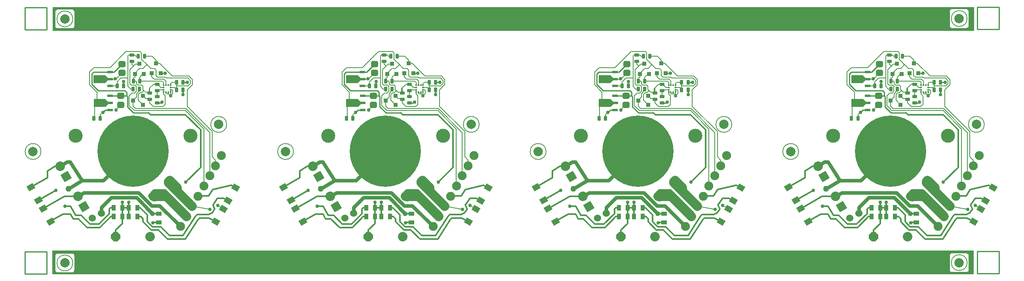
<source format=gtl>
G04 Layer_Physical_Order=1*
G04 Layer_Color=255*
%FSLAX24Y24*%
%MOIN*%
G70*
G01*
G75*
%ADD10C,0.0070*%
G04:AMPARAMS|DCode=11|XSize=78.7mil|YSize=78.7mil|CornerRadius=39.4mil|HoleSize=0mil|Usage=FLASHONLY|Rotation=90.000|XOffset=0mil|YOffset=0mil|HoleType=Round|Shape=RoundedRectangle|*
%AMROUNDEDRECTD11*
21,1,0.0787,0.0000,0,0,90.0*
21,1,0.0000,0.0787,0,0,90.0*
1,1,0.0787,0.0000,0.0000*
1,1,0.0787,0.0000,0.0000*
1,1,0.0787,0.0000,0.0000*
1,1,0.0787,0.0000,0.0000*
%
%ADD11ROUNDEDRECTD11*%
%ADD12C,0.0100*%
%ADD13C,0.0200*%
G04:AMPARAMS|DCode=14|XSize=47.2mil|YSize=59.1mil|CornerRadius=0mil|HoleSize=0mil|Usage=FLASHONLY|Rotation=240.000|XOffset=0mil|YOffset=0mil|HoleType=Round|Shape=Rectangle|*
%AMROTATEDRECTD14*
4,1,4,-0.0138,0.0352,0.0374,0.0057,0.0138,-0.0352,-0.0374,-0.0057,-0.0138,0.0352,0.0*
%
%ADD14ROTATEDRECTD14*%

G04:AMPARAMS|DCode=15|XSize=47.2mil|YSize=59.1mil|CornerRadius=0mil|HoleSize=0mil|Usage=FLASHONLY|Rotation=300.000|XOffset=0mil|YOffset=0mil|HoleType=Round|Shape=Rectangle|*
%AMROTATEDRECTD15*
4,1,4,-0.0374,0.0057,0.0138,0.0352,0.0374,-0.0057,-0.0138,-0.0352,-0.0374,0.0057,0.0*
%
%ADD15ROTATEDRECTD15*%

G04:AMPARAMS|DCode=16|XSize=52mil|YSize=60mil|CornerRadius=13mil|HoleSize=0mil|Usage=FLASHONLY|Rotation=270.000|XOffset=0mil|YOffset=0mil|HoleType=Round|Shape=RoundedRectangle|*
%AMROUNDEDRECTD16*
21,1,0.0520,0.0340,0,0,270.0*
21,1,0.0260,0.0600,0,0,270.0*
1,1,0.0260,-0.0170,-0.0130*
1,1,0.0260,-0.0170,0.0130*
1,1,0.0260,0.0170,0.0130*
1,1,0.0260,0.0170,-0.0130*
%
%ADD16ROUNDEDRECTD16*%
G04:AMPARAMS|DCode=17|XSize=78.7mil|YSize=78.7mil|CornerRadius=39.4mil|HoleSize=0mil|Usage=FLASHONLY|Rotation=45.000|XOffset=0mil|YOffset=0mil|HoleType=Round|Shape=RoundedRectangle|*
%AMROUNDEDRECTD17*
21,1,0.0787,0.0000,0,0,45.0*
21,1,0.0000,0.0787,0,0,45.0*
1,1,0.0787,0.0000,0.0000*
1,1,0.0787,0.0000,0.0000*
1,1,0.0787,0.0000,0.0000*
1,1,0.0787,0.0000,0.0000*
%
%ADD17ROUNDEDRECTD17*%
G04:AMPARAMS|DCode=18|XSize=78.7mil|YSize=78.7mil|CornerRadius=39.4mil|HoleSize=0mil|Usage=FLASHONLY|Rotation=60.000|XOffset=0mil|YOffset=0mil|HoleType=Round|Shape=RoundedRectangle|*
%AMROUNDEDRECTD18*
21,1,0.0787,0.0000,0,0,60.0*
21,1,0.0000,0.0787,0,0,60.0*
1,1,0.0787,0.0000,0.0000*
1,1,0.0787,0.0000,0.0000*
1,1,0.0787,0.0000,0.0000*
1,1,0.0787,0.0000,0.0000*
%
%ADD18ROUNDEDRECTD18*%
%ADD19R,0.0472X0.0197*%
%ADD20R,0.0394X0.0197*%
G04:AMPARAMS|DCode=21|XSize=29.1mil|YSize=39.4mil|CornerRadius=5.8mil|HoleSize=0mil|Usage=FLASHONLY|Rotation=0.000|XOffset=0mil|YOffset=0mil|HoleType=Round|Shape=RoundedRectangle|*
%AMROUNDEDRECTD21*
21,1,0.0291,0.0277,0,0,0.0*
21,1,0.0175,0.0394,0,0,0.0*
1,1,0.0117,0.0087,-0.0139*
1,1,0.0117,-0.0087,-0.0139*
1,1,0.0117,-0.0087,0.0139*
1,1,0.0117,0.0087,0.0139*
%
%ADD21ROUNDEDRECTD21*%
%ADD22R,0.0320X0.0360*%
%ADD23R,0.0360X0.0320*%
%ADD24R,0.0492X0.0335*%
%ADD25R,0.0148X0.0138*%
%ADD26R,0.0138X0.0148*%
%ADD27R,0.0335X0.0492*%
G04:AMPARAMS|DCode=28|XSize=29.1mil|YSize=39.4mil|CornerRadius=5.8mil|HoleSize=0mil|Usage=FLASHONLY|Rotation=90.000|XOffset=0mil|YOffset=0mil|HoleType=Round|Shape=RoundedRectangle|*
%AMROUNDEDRECTD28*
21,1,0.0291,0.0277,0,0,90.0*
21,1,0.0175,0.0394,0,0,90.0*
1,1,0.0117,0.0139,0.0087*
1,1,0.0117,0.0139,-0.0087*
1,1,0.0117,-0.0139,-0.0087*
1,1,0.0117,-0.0139,0.0087*
%
%ADD28ROUNDEDRECTD28*%
%ADD29C,0.0080*%
%ADD30C,0.0130*%
%ADD31C,0.0300*%
%ADD32C,0.0130*%
%ADD33C,0.0800*%
%ADD34C,0.0120*%
%ADD35C,0.0400*%
%ADD36C,0.0748*%
%ADD37C,0.1181*%
%ADD38C,0.6000*%
%ADD39C,0.0800*%
%ADD40P,0.0990X4X165.0*%
%ADD41P,0.0866X8X22.5*%
%ADD42C,0.0300*%
%ADD43C,0.0400*%
%ADD44C,0.0500*%
%ADD45C,0.0600*%
G36*
X80319Y22843D02*
Y20845D01*
X2755Y20845D01*
Y22843D01*
X80319Y22843D01*
D02*
G37*
G36*
X70972Y17120D02*
X71208Y16883D01*
Y16687D01*
X70972Y16450D01*
X69987Y16450D01*
X69987Y17120D01*
X70972Y17120D01*
D02*
G37*
G36*
X49712D02*
X49948Y16883D01*
Y16687D01*
X49712Y16450D01*
X48727Y16450D01*
X48727Y17120D01*
X49712Y17120D01*
D02*
G37*
G36*
X28452D02*
X28688Y16883D01*
Y16687D01*
X28452Y16450D01*
X27468Y16450D01*
X27468Y17120D01*
X28452Y17120D01*
D02*
G37*
G36*
X7192D02*
X7428Y16883D01*
Y16687D01*
X7192Y16450D01*
X6208Y16450D01*
X6208Y17120D01*
X7192Y17120D01*
D02*
G37*
G36*
X70978Y15110D02*
X71215Y14874D01*
Y14677D01*
X70978Y14441D01*
X69994Y14441D01*
X69994Y15110D01*
X70978Y15110D01*
D02*
G37*
G36*
X49719D02*
X49955Y14874D01*
Y14677D01*
X49719Y14441D01*
X48734Y14441D01*
X48734Y15110D01*
X49719Y15110D01*
D02*
G37*
G36*
X28459D02*
X28695Y14874D01*
Y14677D01*
X28459Y14441D01*
X27474Y14441D01*
X27475Y15110D01*
X28459Y15110D01*
D02*
G37*
G36*
X7199D02*
X7435Y14874D01*
Y14677D01*
X7199Y14441D01*
X6215Y14441D01*
X6215Y15110D01*
X7199Y15110D01*
D02*
G37*
G36*
X80300Y2333D02*
Y335D01*
X2736Y335D01*
Y2333D01*
X80300Y2333D01*
D02*
G37*
%LPC*%
G36*
X79669Y22671D02*
Y22670D01*
X78487D01*
Y22671D01*
X78410Y22656D01*
X78344Y22612D01*
X78300Y22546D01*
X78285Y22469D01*
X78286D01*
Y21287D01*
X78285D01*
X78300Y21210D01*
X78344Y21144D01*
X78410Y21100D01*
X78487Y21085D01*
Y21086D01*
X79669D01*
Y21085D01*
X79746Y21100D01*
X79812Y21144D01*
X79856Y21210D01*
X79871Y21287D01*
X79870D01*
Y22469D01*
X79871D01*
X79856Y22546D01*
X79812Y22612D01*
X79746Y22656D01*
X79669Y22671D01*
D02*
G37*
G36*
X4380Y22642D02*
Y22640D01*
X3199D01*
Y22642D01*
X3121Y22626D01*
X3056Y22582D01*
X3012Y22517D01*
X2996Y22439D01*
X2998D01*
Y21258D01*
X2996D01*
X3012Y21180D01*
X3056Y21115D01*
X3121Y21071D01*
X3199Y21055D01*
Y21057D01*
X4380D01*
Y21055D01*
X4457Y21071D01*
X4523Y21115D01*
X4567Y21180D01*
X4583Y21258D01*
X4581D01*
Y22439D01*
X4583D01*
X4567Y22517D01*
X4523Y22582D01*
X4457Y22626D01*
X4380Y22642D01*
D02*
G37*
G36*
X79669Y2112D02*
Y2111D01*
X78487D01*
Y2112D01*
X78410Y2097D01*
X78344Y2053D01*
X78300Y1987D01*
X78285Y1909D01*
X78286D01*
Y728D01*
X78285D01*
X78300Y651D01*
X78344Y585D01*
X78410Y541D01*
X78487Y526D01*
Y527D01*
X79669D01*
Y526D01*
X79746Y541D01*
X79812Y585D01*
X79856Y651D01*
X79871Y728D01*
X79870D01*
Y1909D01*
X79871D01*
X79856Y1987D01*
X79812Y2053D01*
X79746Y2097D01*
X79669Y2112D01*
D02*
G37*
G36*
X4380Y2083D02*
Y2081D01*
X3199D01*
Y2083D01*
X3121Y2067D01*
X3056Y2023D01*
X3012Y1957D01*
X2996Y1880D01*
X2998D01*
Y699D01*
X2996D01*
X3012Y621D01*
X3056Y556D01*
X3121Y512D01*
X3199Y496D01*
Y498D01*
X4380D01*
Y496D01*
X4457Y512D01*
X4523Y556D01*
X4567Y621D01*
X4583Y699D01*
X4581D01*
Y1880D01*
X4583D01*
X4567Y1957D01*
X4523Y2023D01*
X4457Y2067D01*
X4380Y2083D01*
D02*
G37*
%LPD*%
D10*
X79747Y1319D02*
G03*
X79747Y1319I-669J0D01*
G01*
X4459Y21848D02*
G03*
X4459Y21848I-669J0D01*
G01*
X79747Y21878D02*
G03*
X79747Y21878I-669J0D01*
G01*
X4459Y1289D02*
G03*
X4459Y1289I-669J0D01*
G01*
X1779Y10679D02*
G03*
X1779Y10679I-669J0D01*
G01*
X17409Y12959D02*
G03*
X17409Y12959I-669J0D01*
G01*
X12685Y16275D02*
Y16415D01*
X11551Y15881D02*
X12095D01*
X12292Y16275D02*
Y16461D01*
X13038Y16078D02*
X13192Y15924D01*
Y15879D02*
Y15924D01*
X12685Y16078D02*
X13038D01*
X12530Y15529D02*
X12685Y15374D01*
X12488Y15538D02*
Y15684D01*
X12480Y15529D02*
X12488Y15538D01*
X12480Y15529D02*
X12530D01*
X12685Y15374D02*
Y15689D01*
Y15881D02*
X12808D01*
X12870Y15819D01*
Y15559D02*
Y15819D01*
X12685Y15374D02*
X12870Y15559D01*
X12095Y15505D02*
Y15684D01*
X12292Y15558D02*
Y15684D01*
Y15558D02*
X12320Y15529D01*
X12480D01*
X11871Y16078D02*
X12095D01*
X11607Y16341D02*
X11871Y16078D01*
X11550Y16341D02*
X11607D01*
X12095Y16275D02*
Y16494D01*
X23039Y10679D02*
G03*
X23039Y10679I-669J0D01*
G01*
X38669Y12959D02*
G03*
X38669Y12959I-669J0D01*
G01*
X33945Y16275D02*
Y16415D01*
X32811Y15881D02*
X33355D01*
X33551Y16275D02*
Y16461D01*
X34298Y16078D02*
X34452Y15924D01*
Y15879D02*
Y15924D01*
X33945Y16078D02*
X34298D01*
X33790Y15529D02*
X33945Y15374D01*
X33748Y15538D02*
Y15684D01*
X33740Y15529D02*
X33748Y15538D01*
X33740Y15529D02*
X33790D01*
X33945Y15374D02*
Y15689D01*
Y15881D02*
X34068D01*
X34130Y15819D01*
Y15559D02*
Y15819D01*
X33945Y15374D02*
X34130Y15559D01*
X33355Y15505D02*
Y15684D01*
X33551Y15558D02*
Y15684D01*
Y15558D02*
X33580Y15529D01*
X33740D01*
X33131Y16078D02*
X33355D01*
X32867Y16341D02*
X33131Y16078D01*
X32810Y16341D02*
X32867D01*
X33355Y16275D02*
Y16494D01*
X44299Y10679D02*
G03*
X44299Y10679I-669J0D01*
G01*
X59929Y12959D02*
G03*
X59929Y12959I-669J0D01*
G01*
X55205Y16275D02*
Y16415D01*
X54070Y15881D02*
X54614D01*
X54811Y16275D02*
Y16461D01*
X55558Y16078D02*
X55712Y15924D01*
Y15879D02*
Y15924D01*
X55205Y16078D02*
X55558D01*
X55050Y15529D02*
X55205Y15374D01*
X55008Y15538D02*
Y15684D01*
X55000Y15529D02*
X55008Y15538D01*
X55000Y15529D02*
X55050D01*
X55205Y15374D02*
Y15689D01*
Y15881D02*
X55328D01*
X55390Y15819D01*
Y15559D02*
Y15819D01*
X55205Y15374D02*
X55390Y15559D01*
X54614Y15505D02*
Y15684D01*
X54811Y15558D02*
Y15684D01*
Y15558D02*
X54840Y15529D01*
X55000D01*
X54391Y16078D02*
X54614D01*
X54127Y16341D02*
X54391Y16078D01*
X54070Y16341D02*
X54127D01*
X54614Y16275D02*
Y16494D01*
X65559Y10679D02*
G03*
X65559Y10679I-669J0D01*
G01*
X81189Y12959D02*
G03*
X81189Y12959I-669J0D01*
G01*
X76465Y16275D02*
Y16415D01*
X75330Y15881D02*
X75874D01*
X76071Y16275D02*
Y16461D01*
X76818Y16078D02*
X76972Y15924D01*
Y15879D02*
Y15924D01*
X76465Y16078D02*
X76818D01*
X76310Y15529D02*
X76465Y15374D01*
X76268Y15538D02*
Y15684D01*
X76260Y15529D02*
X76268Y15538D01*
X76260Y15529D02*
X76310D01*
X76465Y15374D02*
Y15689D01*
Y15881D02*
X76588D01*
X76650Y15819D01*
Y15559D02*
Y15819D01*
X76465Y15374D02*
X76650Y15559D01*
X75874Y15505D02*
Y15684D01*
X76071Y15558D02*
Y15684D01*
Y15558D02*
X76100Y15529D01*
X76260D01*
X75651Y16078D02*
X75874D01*
X75387Y16341D02*
X75651Y16078D01*
X75329Y16341D02*
X75387D01*
X75874Y16275D02*
Y16494D01*
D11*
X79078Y1319D02*
D03*
X3789Y21848D02*
D03*
X79078Y21878D02*
D03*
X3789Y1289D02*
D03*
D12*
X433Y384D02*
X2274D01*
X433D02*
Y2244D01*
X2274Y384D02*
Y2244D01*
X433D02*
X2274D01*
X82444Y413D02*
Y2274D01*
X80604D02*
X82444D01*
X80604Y413D02*
X82444D01*
X80604D02*
Y2274D01*
Y20972D02*
Y22833D01*
Y20972D02*
X82444D01*
X80604Y22833D02*
X82444D01*
Y20972D02*
Y22833D01*
X433Y22803D02*
X2274D01*
Y20943D02*
Y22803D01*
X433Y20943D02*
Y22803D01*
Y20943D02*
X2274D01*
X7586Y17376D02*
X7922D01*
X6206D02*
X7586D01*
X6050Y17219D02*
X6206Y17376D01*
X6050Y16329D02*
Y17219D01*
Y16329D02*
X6580Y15799D01*
X8840D01*
X8984Y15656D01*
Y15366D02*
Y15656D01*
X9050Y14439D02*
Y15299D01*
X8984Y15366D02*
X9050Y15299D01*
Y14439D02*
X9560Y13929D01*
X6990Y13979D02*
X7195Y14185D01*
X7593D01*
X7922Y17376D02*
X8590Y18043D01*
X7589Y17379D02*
X7690D01*
X11550Y14756D02*
X11958D01*
X11960Y14754D01*
X13728Y15482D02*
Y15879D01*
Y15482D02*
X13730Y15479D01*
X13728Y16519D02*
X14100D01*
X11849Y17276D02*
X11855Y17270D01*
X12239D01*
X9560Y13929D02*
X10819D01*
X7593Y15366D02*
X8984D01*
X28846Y17376D02*
X29182D01*
X27466D02*
X28846D01*
X27310Y17219D02*
X27466Y17376D01*
X27310Y16329D02*
Y17219D01*
Y16329D02*
X27840Y15799D01*
X30100D01*
X30243Y15656D01*
Y15366D02*
Y15656D01*
X30310Y14439D02*
Y15299D01*
X30243Y15366D02*
X30310Y15299D01*
Y14439D02*
X30820Y13929D01*
X28250Y13979D02*
X28455Y14185D01*
X28852D01*
X29182Y17376D02*
X29850Y18043D01*
X28849Y17379D02*
X28950D01*
X32810Y14756D02*
X33218D01*
X33220Y14754D01*
X34988Y15482D02*
Y15879D01*
Y15482D02*
X34990Y15479D01*
X34988Y16519D02*
X35360D01*
X33109Y17276D02*
X33115Y17270D01*
X33499D01*
X30820Y13929D02*
X32079D01*
X28852Y15366D02*
X30243D01*
X50105Y17376D02*
X50442D01*
X48726D02*
X50105D01*
X48570Y17219D02*
X48726Y17376D01*
X48570Y16329D02*
Y17219D01*
Y16329D02*
X49100Y15799D01*
X51360D01*
X51503Y15656D01*
Y15366D02*
Y15656D01*
X51570Y14439D02*
Y15299D01*
X51503Y15366D02*
X51570Y15299D01*
Y14439D02*
X52080Y13929D01*
X49510Y13979D02*
X49715Y14185D01*
X50112D01*
X50442Y17376D02*
X51110Y18043D01*
X50109Y17379D02*
X50210D01*
X54070Y14756D02*
X54477D01*
X54480Y14754D01*
X56247Y15482D02*
Y15879D01*
Y15482D02*
X56250Y15479D01*
X56247Y16519D02*
X56620D01*
X54369Y17276D02*
X54375Y17270D01*
X54759D01*
X52080Y13929D02*
X53339D01*
X50112Y15366D02*
X51503D01*
X71365Y17376D02*
X71702D01*
X69986D02*
X71365D01*
X69830Y17219D02*
X69986Y17376D01*
X69830Y16329D02*
Y17219D01*
Y16329D02*
X70360Y15799D01*
X72620D01*
X72763Y15656D01*
Y15366D02*
Y15656D01*
X72830Y14439D02*
Y15299D01*
X72763Y15366D02*
X72830Y15299D01*
Y14439D02*
X73340Y13929D01*
X70770Y13979D02*
X70975Y14185D01*
X71372D01*
X71702Y17376D02*
X72370Y18043D01*
X71369Y17379D02*
X71470D01*
X75329Y14756D02*
X75737D01*
X75740Y14754D01*
X77507Y15482D02*
Y15879D01*
Y15482D02*
X77510Y15479D01*
X77507Y16519D02*
X77880D01*
X75628Y17276D02*
X75635Y17270D01*
X76018D01*
X73340Y13929D02*
X74599D01*
X71372Y15366D02*
X72763D01*
D13*
X11757Y7294D02*
G03*
X11840Y6938I1658J200D01*
G01*
X33016Y7294D02*
G03*
X33100Y6938I1658J200D01*
G01*
X54276Y7294D02*
G03*
X54359Y6938I1658J200D01*
G01*
X75536Y7294D02*
G03*
X75619Y6938I1658J200D01*
G01*
D14*
X17130Y5850D02*
D03*
X16500Y4758D02*
D03*
X18160Y7630D02*
D03*
X17530Y6538D02*
D03*
X38390Y5850D02*
D03*
X37760Y4758D02*
D03*
X39420Y7630D02*
D03*
X38790Y6538D02*
D03*
X59650Y5850D02*
D03*
X59020Y4758D02*
D03*
X60680Y7630D02*
D03*
X60050Y6538D02*
D03*
X80910Y5850D02*
D03*
X80280Y4758D02*
D03*
X81940Y7630D02*
D03*
X81310Y6538D02*
D03*
D15*
X1950Y5860D02*
D03*
X2580Y4768D02*
D03*
X930Y7660D02*
D03*
X1560Y6568D02*
D03*
X23210Y5860D02*
D03*
X23840Y4768D02*
D03*
X22190Y7660D02*
D03*
X22820Y6568D02*
D03*
X44470Y5860D02*
D03*
X45100Y4768D02*
D03*
X43450Y7660D02*
D03*
X44080Y6568D02*
D03*
X65730Y5860D02*
D03*
X66360Y4768D02*
D03*
X64710Y7660D02*
D03*
X65340Y6568D02*
D03*
D16*
X8500Y14619D02*
D03*
Y15373D02*
D03*
X8590Y17289D02*
D03*
Y18043D02*
D03*
X29760Y14619D02*
D03*
Y15373D02*
D03*
X29850Y17289D02*
D03*
Y18043D02*
D03*
X51020Y14619D02*
D03*
Y15373D02*
D03*
X51110Y17289D02*
D03*
Y18043D02*
D03*
X72280Y14619D02*
D03*
Y15373D02*
D03*
X72370Y17289D02*
D03*
Y18043D02*
D03*
D17*
X1110Y10679D02*
D03*
X22370D02*
D03*
X43630D02*
D03*
X64890D02*
D03*
D18*
X16740Y12959D02*
D03*
X38000D02*
D03*
X59260D02*
D03*
X80520D02*
D03*
D19*
X7593Y14185D02*
D03*
X7593Y15366D02*
D03*
X7586Y17376D02*
D03*
Y16195D02*
D03*
X28852Y14185D02*
D03*
X28852Y15366D02*
D03*
X28846Y17376D02*
D03*
Y16195D02*
D03*
X50112Y14185D02*
D03*
X50112Y15366D02*
D03*
X50105Y17376D02*
D03*
Y16195D02*
D03*
X71372Y14185D02*
D03*
X71372Y15366D02*
D03*
X71365Y17376D02*
D03*
Y16195D02*
D03*
D20*
X7632Y14775D02*
D03*
X7625Y16785D02*
D03*
X28892Y14775D02*
D03*
X28885Y16785D02*
D03*
X50152Y14775D02*
D03*
X50145Y16785D02*
D03*
X71411Y14775D02*
D03*
X71405Y16785D02*
D03*
D21*
X6768Y13479D02*
D03*
X6232D02*
D03*
X13728Y16519D02*
D03*
X13192D02*
D03*
X13728Y15879D02*
D03*
X13192D02*
D03*
X8182Y16189D02*
D03*
X8718D02*
D03*
X10078Y15949D02*
D03*
X9542D02*
D03*
X9547Y16613D02*
D03*
X10083D02*
D03*
X9977Y18694D02*
D03*
X10513D02*
D03*
X28028Y13479D02*
D03*
X27492D02*
D03*
X34988Y16519D02*
D03*
X34452D02*
D03*
X34988Y15879D02*
D03*
X34452D02*
D03*
X29442Y16189D02*
D03*
X29978D02*
D03*
X31338Y15949D02*
D03*
X30802D02*
D03*
X30807Y16613D02*
D03*
X31343D02*
D03*
X31237Y18694D02*
D03*
X31773D02*
D03*
X49287Y13479D02*
D03*
X48752D02*
D03*
X56247Y16519D02*
D03*
X55712D02*
D03*
X56247Y15879D02*
D03*
X55712D02*
D03*
X50702Y16189D02*
D03*
X51237D02*
D03*
X52597Y15949D02*
D03*
X52062D02*
D03*
X52067Y16613D02*
D03*
X52602D02*
D03*
X52497Y18694D02*
D03*
X53032D02*
D03*
X70547Y13479D02*
D03*
X70012D02*
D03*
X77507Y16519D02*
D03*
X76972D02*
D03*
X77507Y15879D02*
D03*
X76972D02*
D03*
X71962Y16189D02*
D03*
X72497D02*
D03*
X73857Y15949D02*
D03*
X73322D02*
D03*
X73327Y16613D02*
D03*
X73862D02*
D03*
X73757Y18694D02*
D03*
X74292D02*
D03*
D22*
X11475Y18104D02*
D03*
X11855Y17270D02*
D03*
X11101D02*
D03*
X10055Y18054D02*
D03*
X10435Y17220D02*
D03*
X9681D02*
D03*
X32735Y18104D02*
D03*
X33115Y17270D02*
D03*
X32361D02*
D03*
X31315Y18054D02*
D03*
X31695Y17220D02*
D03*
X30941D02*
D03*
X53995Y18104D02*
D03*
X54375Y17270D02*
D03*
X53621D02*
D03*
X52575Y18054D02*
D03*
X52955Y17220D02*
D03*
X52201D02*
D03*
X75255Y18104D02*
D03*
X75635Y17270D02*
D03*
X74881D02*
D03*
X73835Y18054D02*
D03*
X74215Y17220D02*
D03*
X73461D02*
D03*
D23*
X9530Y14979D02*
D03*
X10364Y15359D02*
D03*
Y14605D02*
D03*
X30790Y14979D02*
D03*
X31624Y15359D02*
D03*
Y14605D02*
D03*
X52050Y14979D02*
D03*
X52883Y15359D02*
D03*
Y14605D02*
D03*
X73310Y14979D02*
D03*
X74143Y15359D02*
D03*
Y14605D02*
D03*
D24*
X11695Y4699D02*
D03*
Y5428D02*
D03*
X32955Y4699D02*
D03*
Y5428D02*
D03*
X54215Y4699D02*
D03*
Y5428D02*
D03*
X75475Y4699D02*
D03*
Y5428D02*
D03*
D25*
X12095Y16270D02*
D03*
X12685D02*
D03*
X12095Y16078D02*
D03*
X12685D02*
D03*
X12095Y15881D02*
D03*
X12685D02*
D03*
X12095Y15689D02*
D03*
X12685D02*
D03*
X33355Y16270D02*
D03*
X33945D02*
D03*
X33355Y16078D02*
D03*
X33945D02*
D03*
X33355Y15881D02*
D03*
X33945D02*
D03*
X33355Y15689D02*
D03*
X33945D02*
D03*
X54614Y16270D02*
D03*
X55205D02*
D03*
X54614Y16078D02*
D03*
X55205D02*
D03*
X54614Y15881D02*
D03*
X55205D02*
D03*
X54614Y15689D02*
D03*
X55205D02*
D03*
X75874Y16270D02*
D03*
X76465D02*
D03*
X75874Y16078D02*
D03*
X76465D02*
D03*
X75874Y15881D02*
D03*
X76465D02*
D03*
X75874Y15689D02*
D03*
X76465D02*
D03*
D26*
X12292Y16275D02*
D03*
X12488D02*
D03*
X12292Y15684D02*
D03*
X12488D02*
D03*
X33551Y16275D02*
D03*
X33748D02*
D03*
X33551Y15684D02*
D03*
X33748D02*
D03*
X54811Y16275D02*
D03*
X55008D02*
D03*
X54811Y15684D02*
D03*
X55008D02*
D03*
X76071Y16275D02*
D03*
X76268D02*
D03*
X76071Y15684D02*
D03*
X76268D02*
D03*
D27*
X7911Y5189D02*
D03*
X8639D02*
D03*
X9166D02*
D03*
X9895D02*
D03*
X9166Y5939D02*
D03*
X9895D02*
D03*
X7911D02*
D03*
X8639D02*
D03*
X29171Y5189D02*
D03*
X29899D02*
D03*
X30426D02*
D03*
X31155D02*
D03*
X30426Y5939D02*
D03*
X31155D02*
D03*
X29171D02*
D03*
X29899D02*
D03*
X50431Y5189D02*
D03*
X51159D02*
D03*
X51686D02*
D03*
X52414D02*
D03*
X51686Y5939D02*
D03*
X52414D02*
D03*
X50431D02*
D03*
X51159D02*
D03*
X71690Y5189D02*
D03*
X72419D02*
D03*
X72946D02*
D03*
X73674D02*
D03*
X72946Y5939D02*
D03*
X73674D02*
D03*
X71690D02*
D03*
X72419D02*
D03*
D28*
X11550Y15291D02*
D03*
Y14756D02*
D03*
Y15806D02*
D03*
Y16341D02*
D03*
X9415Y18801D02*
D03*
Y18266D02*
D03*
X10935Y15070D02*
D03*
Y15606D02*
D03*
X32810Y15291D02*
D03*
Y14756D02*
D03*
Y15806D02*
D03*
Y16341D02*
D03*
X30675Y18801D02*
D03*
Y18266D02*
D03*
X32195Y15070D02*
D03*
Y15606D02*
D03*
X54070Y15291D02*
D03*
Y14756D02*
D03*
Y15806D02*
D03*
Y16341D02*
D03*
X51935Y18801D02*
D03*
Y18266D02*
D03*
X53455Y15070D02*
D03*
Y15606D02*
D03*
X75329Y15291D02*
D03*
Y14756D02*
D03*
Y15806D02*
D03*
Y16341D02*
D03*
X73195Y18801D02*
D03*
Y18266D02*
D03*
X74715Y15070D02*
D03*
Y15606D02*
D03*
D29*
X12240Y14644D02*
Y15359D01*
X12060Y14464D02*
X12240Y14644D01*
X6480Y14889D02*
Y15669D01*
X5860Y16289D02*
X6480Y15669D01*
X5860Y16289D02*
Y17359D01*
X6230Y17729D02*
X7580D01*
X5860Y17359D02*
X6230Y17729D01*
X8090Y14209D02*
X8500Y14619D01*
X8090Y14179D02*
Y14209D01*
X9210Y14539D02*
X9620Y14129D01*
X6768Y13757D02*
X6990Y13979D01*
X6768Y13479D02*
Y13757D01*
X6290Y14519D02*
X6590Y14819D01*
X6290Y13537D02*
Y14519D01*
X6232Y13479D02*
X6290Y13537D01*
X9100Y16167D02*
X9318Y15949D01*
X9100Y16167D02*
Y16839D01*
X9318Y15949D02*
X9542D01*
X9080Y16859D02*
X9100Y16839D01*
X8510Y16859D02*
X9080D01*
X8086Y16785D02*
X8590Y17289D01*
X9270Y16379D02*
X9370Y16279D01*
X10083Y16613D02*
Y16928D01*
X10263Y16266D02*
X10350Y16179D01*
Y15909D02*
Y16179D01*
X10582Y15677D02*
X10880D01*
X9530Y14489D02*
Y14979D01*
X10263Y15642D02*
X10440Y15819D01*
X9970Y14999D02*
X10364Y14605D01*
X10350Y15909D02*
X10440Y15819D01*
X10582Y15677D01*
X10581Y15142D02*
X10880D01*
X10364Y15359D02*
X10581Y15142D01*
X9547Y16613D02*
X9756D01*
X9820Y16549D01*
Y16369D02*
Y16549D01*
Y16369D02*
X9923Y16266D01*
X10263D01*
X9370Y16279D02*
X9690D01*
X9810Y16159D01*
X10123Y15642D02*
X10263D01*
X10078Y15837D02*
Y15949D01*
X9530Y14979D02*
X9820Y15269D01*
Y15551D01*
X9948Y15679D01*
Y15707D01*
X9970Y15489D02*
X10098Y15617D01*
Y15617D01*
X10123Y15642D01*
X9948Y15707D02*
X10078Y15837D01*
X9970Y14999D02*
Y15489D01*
X9798Y16147D02*
X9810Y16159D01*
X9798Y15741D02*
Y16147D01*
X9670Y15613D02*
X9798Y15741D01*
X9530Y14489D02*
X9720Y14299D01*
X8718Y16189D02*
X8720Y16192D01*
Y16569D01*
X7586Y16195D02*
X8117D01*
X8122Y16189D01*
X9444Y15613D02*
X9670D01*
X9210Y14539D02*
Y15379D01*
X9444Y15613D01*
X11550Y15806D02*
X11551Y15805D01*
X11550Y15291D02*
Y15806D01*
X11240Y14464D02*
X12060D01*
X11248Y16341D02*
X11550D01*
X12095Y15505D02*
X12240Y15359D01*
X10935Y14769D02*
Y15070D01*
Y15606D02*
Y16029D01*
X10880Y15974D02*
X10935Y16029D01*
X8182Y16189D02*
Y16532D01*
X10935Y14769D02*
X11240Y14464D01*
X8182Y16532D02*
X8510Y16859D01*
X10935Y16029D02*
X11248Y16341D01*
X10083Y16928D02*
X10365Y17210D01*
X7580Y17729D02*
X8944Y19094D01*
X9270Y16379D02*
Y17569D01*
X9745Y18044D02*
X9985D01*
X9415Y18034D02*
Y18266D01*
Y18034D02*
X9575Y17874D01*
X9270Y17569D02*
X9575Y17874D01*
X9745Y18044D01*
X9100Y16839D02*
Y18749D01*
X9153Y18801D01*
X9415D01*
X8944Y19094D02*
X10135D01*
X10245Y18984D01*
X12292Y16461D02*
Y16617D01*
X13192Y16199D02*
Y16519D01*
Y15924D02*
Y16199D01*
X12790Y16519D02*
X13192D01*
X12685Y16415D02*
X12790Y16519D01*
X12351Y16854D02*
X14155D01*
X14365Y16644D01*
Y16404D02*
Y16644D01*
X14161Y16199D02*
X14365Y16404D01*
X13192Y16199D02*
X14161D01*
X14085Y15884D02*
X14515Y16314D01*
Y16744D01*
X14225Y17034D02*
X14515Y16744D01*
X10075Y17674D02*
X10375D01*
X10880Y15677D02*
Y15974D01*
X11101Y16978D02*
Y17270D01*
Y16978D02*
X11301Y16778D01*
X11975Y16613D02*
X12095Y16494D01*
X10083Y16613D02*
X11975D01*
X12131Y16778D02*
X12292Y16617D01*
X11301Y16778D02*
X12131D01*
X12261Y16944D02*
X12351Y16854D01*
X11605Y16944D02*
X12261D01*
X11465Y17084D02*
X11605Y16944D01*
X11465Y17084D02*
Y17524D01*
X11325Y17664D02*
X11465Y17524D01*
X11765Y18104D02*
X12835Y17034D01*
X14225D01*
X11475Y18104D02*
X11765D01*
X9645Y16914D02*
X9681Y16950D01*
Y17220D01*
X9547Y16865D02*
X9596Y16914D01*
X9547Y16613D02*
Y16865D01*
X9596Y16914D02*
X9645D01*
X9415Y18801D02*
X9417Y18804D01*
X9665D01*
X9775Y18694D01*
X9917D01*
X9977Y18754D01*
X10573Y18694D02*
X11135D01*
X11475Y18354D01*
Y18104D02*
Y18354D01*
X10245Y18434D02*
Y18984D01*
X11015Y17664D02*
X11325D01*
X10245Y18434D02*
X10690Y17989D01*
X11015Y17664D01*
X10375Y17674D02*
X10690Y17989D01*
X9651Y17250D02*
X10075Y17674D01*
X10880Y15601D02*
Y15677D01*
X14514Y6084D02*
X14514D01*
X9720Y14299D02*
X13969D01*
X14085Y14464D02*
Y15884D01*
X9620Y14129D02*
X13939D01*
X15485Y12584D01*
Y7770D02*
Y12584D01*
X14514Y6084D02*
X14514Y6084D01*
X14514Y6084D02*
X14514Y6084D01*
X14724Y6032D01*
X14514Y6084D02*
X16000Y5787D01*
X17084Y5772D02*
X17107Y5759D01*
X17131Y5851D02*
X17184Y5820D01*
X16650Y6137D02*
X17131Y5851D01*
X14508Y6086D02*
X14777D01*
X13969Y14299D02*
X15985Y12284D01*
Y8630D02*
Y12284D01*
X14085Y14464D02*
X16195Y12354D01*
Y10224D02*
Y12354D01*
Y10224D02*
X16475Y9944D01*
Y9480D02*
Y9944D01*
X10513Y18754D02*
X10573Y18694D01*
X7625Y16785D02*
X8086D01*
X33500Y14644D02*
Y15359D01*
X33320Y14464D02*
X33500Y14644D01*
X27740Y14889D02*
Y15669D01*
X27120Y16289D02*
X27740Y15669D01*
X27120Y16289D02*
Y17359D01*
X27490Y17729D02*
X28840D01*
X27120Y17359D02*
X27490Y17729D01*
X29350Y14209D02*
X29760Y14619D01*
X29350Y14179D02*
Y14209D01*
X30470Y14539D02*
X30880Y14129D01*
X28028Y13757D02*
X28250Y13979D01*
X28028Y13479D02*
Y13757D01*
X27550Y14519D02*
X27850Y14819D01*
X27550Y13537D02*
Y14519D01*
X27492Y13479D02*
X27550Y13537D01*
X30360Y16167D02*
X30578Y15949D01*
X30360Y16167D02*
Y16839D01*
X30578Y15949D02*
X30802D01*
X30340Y16859D02*
X30360Y16839D01*
X29770Y16859D02*
X30340D01*
X29346Y16785D02*
X29850Y17289D01*
X30530Y16379D02*
X30630Y16279D01*
X31343Y16613D02*
Y16928D01*
X31523Y16266D02*
X31610Y16179D01*
Y15909D02*
Y16179D01*
X31842Y15677D02*
X32140D01*
X30790Y14489D02*
Y14979D01*
X31523Y15642D02*
X31700Y15819D01*
X31230Y14999D02*
X31624Y14605D01*
X31610Y15909D02*
X31700Y15819D01*
X31842Y15677D01*
X31841Y15142D02*
X32140D01*
X31624Y15359D02*
X31841Y15142D01*
X30807Y16613D02*
X31016D01*
X31080Y16549D01*
Y16369D02*
Y16549D01*
Y16369D02*
X31183Y16266D01*
X31523D01*
X30630Y16279D02*
X30950D01*
X31070Y16159D01*
X31383Y15642D02*
X31523D01*
X31338Y15837D02*
Y15949D01*
X30790Y14979D02*
X31080Y15269D01*
Y15551D01*
X31208Y15679D01*
Y15707D01*
X31230Y15489D02*
X31358Y15617D01*
Y15617D01*
X31383Y15642D01*
X31208Y15707D02*
X31338Y15837D01*
X31230Y14999D02*
Y15489D01*
X31058Y16147D02*
X31070Y16159D01*
X31058Y15741D02*
Y16147D01*
X30930Y15613D02*
X31058Y15741D01*
X30790Y14489D02*
X30980Y14299D01*
X29978Y16189D02*
X29980Y16192D01*
Y16569D01*
X28846Y16195D02*
X29377D01*
X29382Y16189D01*
X30704Y15613D02*
X30930D01*
X30470Y14539D02*
Y15379D01*
X30704Y15613D01*
X32810Y15806D02*
X32811Y15805D01*
X32810Y15291D02*
Y15806D01*
X32500Y14464D02*
X33320D01*
X32508Y16341D02*
X32810D01*
X33355Y15505D02*
X33500Y15359D01*
X32195Y14769D02*
Y15070D01*
Y15606D02*
Y16029D01*
X32140Y15974D02*
X32195Y16029D01*
X29442Y16189D02*
Y16532D01*
X32195Y14769D02*
X32500Y14464D01*
X29442Y16532D02*
X29770Y16859D01*
X32195Y16029D02*
X32508Y16341D01*
X31343Y16928D02*
X31625Y17210D01*
X28840Y17729D02*
X30204Y19094D01*
X30530Y16379D02*
Y17569D01*
X31005Y18044D02*
X31245D01*
X30675Y18034D02*
Y18266D01*
Y18034D02*
X30835Y17874D01*
X30530Y17569D02*
X30835Y17874D01*
X31005Y18044D01*
X30360Y16839D02*
Y18749D01*
X30413Y18801D01*
X30675D01*
X30204Y19094D02*
X31395D01*
X31505Y18984D01*
X33551Y16461D02*
Y16617D01*
X34452Y16199D02*
Y16519D01*
Y15924D02*
Y16199D01*
X34050Y16519D02*
X34452D01*
X33945Y16415D02*
X34050Y16519D01*
X33611Y16854D02*
X35415D01*
X35625Y16644D01*
Y16404D02*
Y16644D01*
X35421Y16199D02*
X35625Y16404D01*
X34452Y16199D02*
X35421D01*
X35345Y15884D02*
X35775Y16314D01*
Y16744D01*
X35485Y17034D02*
X35775Y16744D01*
X31335Y17674D02*
X31635D01*
X32140Y15677D02*
Y15974D01*
X32361Y16978D02*
Y17270D01*
Y16978D02*
X32561Y16778D01*
X33235Y16613D02*
X33355Y16494D01*
X31343Y16613D02*
X33235D01*
X33391Y16778D02*
X33551Y16617D01*
X32561Y16778D02*
X33391D01*
X33521Y16944D02*
X33611Y16854D01*
X32865Y16944D02*
X33521D01*
X32725Y17084D02*
X32865Y16944D01*
X32725Y17084D02*
Y17524D01*
X32585Y17664D02*
X32725Y17524D01*
X33025Y18104D02*
X34095Y17034D01*
X35485D01*
X32735Y18104D02*
X33025D01*
X30905Y16914D02*
X30941Y16950D01*
Y17220D01*
X30807Y16865D02*
X30856Y16914D01*
X30807Y16613D02*
Y16865D01*
X30856Y16914D02*
X30905D01*
X30675Y18801D02*
X30677Y18804D01*
X30925D01*
X31035Y18694D01*
X31177D01*
X31237Y18754D01*
X31833Y18694D02*
X32395D01*
X32735Y18354D01*
Y18104D02*
Y18354D01*
X31505Y18434D02*
Y18984D01*
X32275Y17664D02*
X32585D01*
X31505Y18434D02*
X31950Y17989D01*
X32275Y17664D01*
X31635Y17674D02*
X31950Y17989D01*
X30911Y17250D02*
X31335Y17674D01*
X32140Y15601D02*
Y15677D01*
X35774Y6084D02*
X35774D01*
X30980Y14299D02*
X35229D01*
X35345Y14464D02*
Y15884D01*
X30880Y14129D02*
X35199D01*
X36745Y12584D01*
Y7770D02*
Y12584D01*
X35774Y6084D02*
X35774Y6084D01*
X35774Y6084D02*
X35774Y6084D01*
X35984Y6032D01*
X35774Y6084D02*
X37260Y5787D01*
X38344Y5772D02*
X38366Y5759D01*
X38391Y5851D02*
X38444Y5820D01*
X37910Y6137D02*
X38391Y5851D01*
X35768Y6086D02*
X36037D01*
X35229Y14299D02*
X37245Y12284D01*
Y8630D02*
Y12284D01*
X35345Y14464D02*
X37455Y12354D01*
Y10224D02*
Y12354D01*
Y10224D02*
X37735Y9944D01*
Y9480D02*
Y9944D01*
X31773Y18754D02*
X31833Y18694D01*
X28885Y16785D02*
X29346D01*
X54760Y14644D02*
Y15359D01*
X54580Y14464D02*
X54760Y14644D01*
X49000Y14889D02*
Y15669D01*
X48380Y16289D02*
X49000Y15669D01*
X48380Y16289D02*
Y17359D01*
X48750Y17729D02*
X50100D01*
X48380Y17359D02*
X48750Y17729D01*
X50610Y14209D02*
X51020Y14619D01*
X50610Y14179D02*
Y14209D01*
X51730Y14539D02*
X52140Y14129D01*
X49287Y13757D02*
X49510Y13979D01*
X49287Y13479D02*
Y13757D01*
X48810Y14519D02*
X49110Y14819D01*
X48810Y13537D02*
Y14519D01*
X48752Y13479D02*
X48810Y13537D01*
X51620Y16167D02*
X51837Y15949D01*
X51620Y16167D02*
Y16839D01*
X51837Y15949D02*
X52062D01*
X51600Y16859D02*
X51620Y16839D01*
X51030Y16859D02*
X51600D01*
X50605Y16785D02*
X51110Y17289D01*
X51790Y16379D02*
X51890Y16279D01*
X52602Y16613D02*
Y16928D01*
X52783Y16266D02*
X52870Y16179D01*
Y15909D02*
Y16179D01*
X53102Y15677D02*
X53400D01*
X52050Y14489D02*
Y14979D01*
X52783Y15642D02*
X52960Y15819D01*
X52490Y14999D02*
X52883Y14605D01*
X52870Y15909D02*
X52960Y15819D01*
X53102Y15677D01*
X53101Y15142D02*
X53400D01*
X52883Y15359D02*
X53101Y15142D01*
X52067Y16613D02*
X52276D01*
X52340Y16549D01*
Y16369D02*
Y16549D01*
Y16369D02*
X52443Y16266D01*
X52783D01*
X51890Y16279D02*
X52210D01*
X52330Y16159D01*
X52643Y15642D02*
X52783D01*
X52597Y15837D02*
Y15949D01*
X52050Y14979D02*
X52340Y15269D01*
Y15551D01*
X52468Y15679D01*
Y15707D01*
X52490Y15489D02*
X52618Y15617D01*
Y15617D01*
X52643Y15642D01*
X52468Y15707D02*
X52597Y15837D01*
X52490Y14999D02*
Y15489D01*
X52318Y16147D02*
X52330Y16159D01*
X52318Y15741D02*
Y16147D01*
X52190Y15613D02*
X52318Y15741D01*
X52050Y14489D02*
X52240Y14299D01*
X51237Y16189D02*
X51240Y16192D01*
Y16569D01*
X50105Y16195D02*
X50637D01*
X50642Y16189D01*
X51963Y15613D02*
X52190D01*
X51730Y14539D02*
Y15379D01*
X51963Y15613D01*
X54070Y15806D02*
X54070Y15805D01*
X54070Y15291D02*
Y15806D01*
X53760Y14464D02*
X54580D01*
X53767Y16341D02*
X54070D01*
X54614Y15505D02*
X54760Y15359D01*
X53455Y14769D02*
Y15070D01*
Y15606D02*
Y16029D01*
X53400Y15974D02*
X53455Y16029D01*
X50702Y16189D02*
Y16532D01*
X53455Y14769D02*
X53760Y14464D01*
X50702Y16532D02*
X51030Y16859D01*
X53455Y16029D02*
X53767Y16341D01*
X52602Y16928D02*
X52885Y17210D01*
X50100Y17729D02*
X51464Y19094D01*
X51790Y16379D02*
Y17569D01*
X52265Y18044D02*
X52505D01*
X51935Y18034D02*
Y18266D01*
Y18034D02*
X52095Y17874D01*
X51790Y17569D02*
X52095Y17874D01*
X52265Y18044D01*
X51620Y16839D02*
Y18749D01*
X51673Y18801D01*
X51935D01*
X51464Y19094D02*
X52655D01*
X52765Y18984D01*
X54811Y16461D02*
Y16617D01*
X55712Y16199D02*
Y16519D01*
Y15924D02*
Y16199D01*
X55310Y16519D02*
X55712D01*
X55205Y16415D02*
X55310Y16519D01*
X54871Y16854D02*
X56675D01*
X56885Y16644D01*
Y16404D02*
Y16644D01*
X56681Y16199D02*
X56885Y16404D01*
X55712Y16199D02*
X56681D01*
X56605Y15884D02*
X57035Y16314D01*
Y16744D01*
X56745Y17034D02*
X57035Y16744D01*
X52594Y17674D02*
X52895D01*
X53400Y15677D02*
Y15974D01*
X53621Y16978D02*
Y17270D01*
Y16978D02*
X53821Y16778D01*
X54495Y16613D02*
X54614Y16494D01*
X52602Y16613D02*
X54495D01*
X54651Y16778D02*
X54811Y16617D01*
X53821Y16778D02*
X54651D01*
X54781Y16944D02*
X54871Y16854D01*
X54125Y16944D02*
X54781D01*
X53985Y17084D02*
X54125Y16944D01*
X53985Y17084D02*
Y17524D01*
X53845Y17664D02*
X53985Y17524D01*
X54285Y18104D02*
X55355Y17034D01*
X56745D01*
X53995Y18104D02*
X54285D01*
X52165Y16914D02*
X52201Y16950D01*
Y17220D01*
X52067Y16865D02*
X52116Y16914D01*
X52067Y16613D02*
Y16865D01*
X52116Y16914D02*
X52165D01*
X51935Y18801D02*
X51937Y18804D01*
X52185D01*
X52295Y18694D01*
X52437D01*
X52497Y18754D01*
X53092Y18694D02*
X53655D01*
X53995Y18354D01*
Y18104D02*
Y18354D01*
X52765Y18434D02*
Y18984D01*
X53535Y17664D02*
X53845D01*
X52765Y18434D02*
X53210Y17989D01*
X53535Y17664D01*
X52895Y17674D02*
X53210Y17989D01*
X52171Y17250D02*
X52594Y17674D01*
X53400Y15601D02*
Y15677D01*
X57034Y6084D02*
X57034D01*
X52240Y14299D02*
X56489D01*
X56605Y14464D02*
Y15884D01*
X52140Y14129D02*
X56459D01*
X58004Y12584D01*
Y7770D02*
Y12584D01*
X57034Y6084D02*
X57034Y6084D01*
X57034Y6084D02*
X57034Y6084D01*
X57243Y6032D01*
X57034Y6084D02*
X58520Y5787D01*
X59604Y5772D02*
X59626Y5759D01*
X59651Y5851D02*
X59704Y5820D01*
X59170Y6137D02*
X59651Y5851D01*
X57028Y6086D02*
X57297D01*
X56489Y14299D02*
X58504Y12284D01*
Y8630D02*
Y12284D01*
X56605Y14464D02*
X58715Y12354D01*
Y10224D02*
Y12354D01*
Y10224D02*
X58994Y9944D01*
Y9480D02*
Y9944D01*
X53032Y18754D02*
X53092Y18694D01*
X50145Y16785D02*
X50605D01*
X76020Y14644D02*
Y15359D01*
X75840Y14464D02*
X76020Y14644D01*
X70260Y14889D02*
Y15669D01*
X69640Y16289D02*
X70260Y15669D01*
X69640Y16289D02*
Y17359D01*
X70010Y17729D02*
X71360D01*
X69640Y17359D02*
X70010Y17729D01*
X71870Y14209D02*
X72280Y14619D01*
X71870Y14179D02*
Y14209D01*
X72990Y14539D02*
X73400Y14129D01*
X70547Y13757D02*
X70770Y13979D01*
X70547Y13479D02*
Y13757D01*
X70070Y14519D02*
X70370Y14819D01*
X70070Y13537D02*
Y14519D01*
X70012Y13479D02*
X70070Y13537D01*
X72880Y16167D02*
X73097Y15949D01*
X72880Y16167D02*
Y16839D01*
X73097Y15949D02*
X73322D01*
X72860Y16859D02*
X72880Y16839D01*
X72290Y16859D02*
X72860D01*
X71865Y16785D02*
X72370Y17289D01*
X73050Y16379D02*
X73150Y16279D01*
X73862Y16613D02*
Y16928D01*
X74043Y16266D02*
X74130Y16179D01*
Y15909D02*
Y16179D01*
X74362Y15677D02*
X74660D01*
X73310Y14489D02*
Y14979D01*
X74043Y15642D02*
X74220Y15819D01*
X73750Y14999D02*
X74143Y14605D01*
X74130Y15909D02*
X74220Y15819D01*
X74362Y15677D01*
X74361Y15142D02*
X74660D01*
X74143Y15359D02*
X74361Y15142D01*
X73327Y16613D02*
X73536D01*
X73600Y16549D01*
Y16369D02*
Y16549D01*
Y16369D02*
X73703Y16266D01*
X74043D01*
X73150Y16279D02*
X73470D01*
X73590Y16159D01*
X73903Y15642D02*
X74043D01*
X73857Y15837D02*
Y15949D01*
X73310Y14979D02*
X73600Y15269D01*
Y15551D01*
X73727Y15679D01*
Y15707D01*
X73750Y15489D02*
X73877Y15617D01*
Y15617D01*
X73903Y15642D01*
X73727Y15707D02*
X73857Y15837D01*
X73750Y14999D02*
Y15489D01*
X73577Y16147D02*
X73590Y16159D01*
X73577Y15741D02*
Y16147D01*
X73450Y15613D02*
X73577Y15741D01*
X73310Y14489D02*
X73500Y14299D01*
X72497Y16189D02*
X72500Y16192D01*
Y16569D01*
X71365Y16195D02*
X71897D01*
X71902Y16189D01*
X73223Y15613D02*
X73450D01*
X72990Y14539D02*
Y15379D01*
X73223Y15613D01*
X75329Y15806D02*
X75330Y15805D01*
X75329Y15291D02*
Y15806D01*
X75020Y14464D02*
X75840D01*
X75027Y16341D02*
X75329D01*
X75874Y15505D02*
X76020Y15359D01*
X74715Y14769D02*
Y15070D01*
Y15606D02*
Y16029D01*
X74660Y15974D02*
X74715Y16029D01*
X71962Y16189D02*
Y16532D01*
X74715Y14769D02*
X75020Y14464D01*
X71962Y16532D02*
X72290Y16859D01*
X74715Y16029D02*
X75027Y16341D01*
X73862Y16928D02*
X74145Y17210D01*
X71360Y17729D02*
X72724Y19094D01*
X73050Y16379D02*
Y17569D01*
X73525Y18044D02*
X73765D01*
X73195Y18034D02*
Y18266D01*
Y18034D02*
X73355Y17874D01*
X73050Y17569D02*
X73355Y17874D01*
X73525Y18044D01*
X72880Y16839D02*
Y18749D01*
X72932Y18801D01*
X73195D01*
X72724Y19094D02*
X73915D01*
X74025Y18984D01*
X76071Y16461D02*
Y16617D01*
X76972Y16199D02*
Y16519D01*
Y15924D02*
Y16199D01*
X76570Y16519D02*
X76972D01*
X76465Y16415D02*
X76570Y16519D01*
X76130Y16854D02*
X77935D01*
X78145Y16644D01*
Y16404D02*
Y16644D01*
X77940Y16199D02*
X78145Y16404D01*
X76972Y16199D02*
X77940D01*
X77865Y15884D02*
X78295Y16314D01*
Y16744D01*
X78005Y17034D02*
X78295Y16744D01*
X73854Y17674D02*
X74155D01*
X74660Y15677D02*
Y15974D01*
X74881Y16978D02*
Y17270D01*
Y16978D02*
X75080Y16778D01*
X75755Y16613D02*
X75874Y16494D01*
X73862Y16613D02*
X75755D01*
X75910Y16778D02*
X76071Y16617D01*
X75080Y16778D02*
X75910D01*
X76040Y16944D02*
X76130Y16854D01*
X75385Y16944D02*
X76040D01*
X75245Y17084D02*
X75385Y16944D01*
X75245Y17084D02*
Y17524D01*
X75105Y17664D02*
X75245Y17524D01*
X75545Y18104D02*
X76615Y17034D01*
X78005D01*
X75255Y18104D02*
X75545D01*
X73425Y16914D02*
X73461Y16950D01*
Y17220D01*
X73327Y16865D02*
X73376Y16914D01*
X73327Y16613D02*
Y16865D01*
X73376Y16914D02*
X73425D01*
X73195Y18801D02*
X73197Y18804D01*
X73445D01*
X73555Y18694D01*
X73697D01*
X73757Y18754D01*
X74352Y18694D02*
X74915D01*
X75255Y18354D01*
Y18104D02*
Y18354D01*
X74025Y18434D02*
Y18984D01*
X74795Y17664D02*
X75105D01*
X74025Y18434D02*
X74470Y17989D01*
X74795Y17664D01*
X74155Y17674D02*
X74470Y17989D01*
X73431Y17250D02*
X73854Y17674D01*
X74660Y15601D02*
Y15677D01*
X78293Y6084D02*
X78293D01*
X73500Y14299D02*
X77749D01*
X77865Y14464D02*
Y15884D01*
X73400Y14129D02*
X77719D01*
X79264Y12584D01*
Y7770D02*
Y12584D01*
X78293Y6084D02*
X78293Y6084D01*
X78293Y6084D02*
X78293Y6084D01*
X78503Y6032D01*
X78293Y6084D02*
X79780Y5787D01*
X80864Y5772D02*
X80886Y5759D01*
X80911Y5851D02*
X80964Y5820D01*
X80430Y6137D02*
X80911Y5851D01*
X78288Y6086D02*
X78557D01*
X77749Y14299D02*
X79764Y12284D01*
Y8630D02*
Y12284D01*
X77865Y14464D02*
X79975Y12354D01*
Y10224D02*
Y12354D01*
Y10224D02*
X80254Y9944D01*
Y9480D02*
Y9944D01*
X74292Y18754D02*
X74352Y18694D01*
X71405Y16785D02*
X71865D01*
D30*
X2137Y5969D02*
X3763Y6900D01*
Y6902D02*
X4887D01*
X3637Y5399D02*
X4267D01*
X2317Y8469D02*
Y9029D01*
X17523Y6526D02*
X17525Y6524D01*
X17785Y7824D02*
X18160Y7630D01*
X1558Y6574D02*
X3017Y7409D01*
X967Y7689D02*
X2317Y8469D01*
Y9029D02*
X2947Y9452D01*
X3407D01*
X3787Y6059D02*
X4267D01*
X16250Y6177D02*
X16400Y5837D01*
X9895Y5939D02*
X10140D01*
X11165Y4334D02*
X11850D01*
X12585Y3599D01*
X9165Y6394D02*
X9166Y6392D01*
Y5939D02*
Y6392D01*
X8639Y5939D02*
X9166D01*
X8639Y5189D02*
Y5939D01*
X9166Y5189D02*
Y5939D01*
X8639Y4618D02*
Y5189D01*
X8077Y4055D02*
X8639Y4618D01*
X8077Y3499D02*
Y4055D01*
X11219Y4699D02*
X11695D01*
X11205Y4685D02*
X11219Y4699D01*
X11205Y4684D02*
Y4685D01*
X8639Y6388D02*
X8645Y6394D01*
X8639Y5939D02*
Y6388D01*
X11181Y5428D02*
X11695D01*
X11175Y5434D02*
X11181Y5428D01*
X4267Y6059D02*
X4700Y5294D01*
X5155D01*
X4267Y5399D02*
X4481Y5014D01*
X4915D01*
X7650Y5189D02*
X7911D01*
X10735Y4764D02*
X11165Y4334D01*
X10735Y4764D02*
Y5344D01*
X10140Y5939D02*
X10735Y5344D01*
X16531Y4817D02*
X16531Y4817D01*
X16555Y4804D01*
X12585Y3599D02*
X13737D01*
X12425Y3299D02*
X13927D01*
X16180Y5487D02*
X16400Y5837D01*
X15875Y5360D02*
X16180Y5487D01*
X13927Y3299D02*
X14986Y4949D01*
X16531Y4817D02*
X16531D01*
X15945Y5083D02*
X16500Y4758D01*
X15119Y5083D02*
X15945D01*
X14986Y4949D02*
X15119Y5083D01*
X14924Y5360D02*
X15875D01*
X14792Y5229D02*
X14792Y5229D01*
X14924Y5360D01*
X13737Y3599D02*
X14792Y5229D01*
X16656Y6742D02*
X17165D01*
X16638Y6724D02*
X16656Y6742D01*
X16250Y6177D02*
X16638Y6724D01*
X16221Y7457D02*
X17785Y7824D01*
X15889Y6925D02*
X15890Y6924D01*
X16221Y7457D01*
X5155Y5294D02*
X5885Y4564D01*
X6655D01*
X4915Y5014D02*
X5655Y4274D01*
X6735D01*
X7650Y5189D01*
X7640Y5939D02*
X7911D01*
X6655Y4564D02*
X7535Y5444D01*
Y5834D01*
X7640Y5939D01*
X14970Y6925D02*
X15889D01*
X17165Y6742D02*
X17523Y6526D01*
X2569Y4788D02*
X3637Y5399D01*
X23396Y5969D02*
X25023Y6900D01*
Y6902D02*
X26146D01*
X24896Y5399D02*
X25526D01*
X23576Y8469D02*
Y9029D01*
X38782Y6526D02*
X38785Y6524D01*
X39045Y7824D02*
X39420Y7630D01*
X22818Y6574D02*
X24276Y7409D01*
X22226Y7689D02*
X23576Y8469D01*
Y9029D02*
X24206Y9452D01*
X24666D01*
X25046Y6059D02*
X25526D01*
X37510Y6177D02*
X37660Y5837D01*
X31155Y5939D02*
X31400D01*
X32425Y4334D02*
X33110D01*
X33845Y3599D01*
X30425Y6394D02*
X30426Y6392D01*
Y5939D02*
Y6392D01*
X29899Y5939D02*
X30426D01*
X29899Y5189D02*
Y5939D01*
X30426Y5189D02*
Y5939D01*
X29899Y4618D02*
Y5189D01*
X29336Y4055D02*
X29899Y4618D01*
X29336Y3499D02*
Y4055D01*
X32479Y4699D02*
X32955D01*
X32465Y4685D02*
X32479Y4699D01*
X32465Y4684D02*
Y4685D01*
X29899Y6388D02*
X29905Y6394D01*
X29899Y5939D02*
Y6388D01*
X32441Y5428D02*
X32955D01*
X32435Y5434D02*
X32441Y5428D01*
X25526Y6059D02*
X25960Y5294D01*
X26415D01*
X25526Y5399D02*
X25741Y5014D01*
X26175D01*
X28910Y5189D02*
X29171D01*
X31995Y4764D02*
X32425Y4334D01*
X31995Y4764D02*
Y5344D01*
X31400Y5939D02*
X31995Y5344D01*
X37791Y4817D02*
X37791Y4817D01*
X37815Y4804D01*
X33845Y3599D02*
X34996D01*
X33685Y3299D02*
X35186D01*
X37440Y5487D02*
X37660Y5837D01*
X37135Y5360D02*
X37440Y5487D01*
X35186Y3299D02*
X36246Y4949D01*
X37791Y4817D02*
X37791D01*
X37205Y5083D02*
X37760Y4758D01*
X36379Y5083D02*
X37205D01*
X36246Y4949D02*
X36379Y5083D01*
X36183Y5360D02*
X37135D01*
X36052Y5229D02*
X36052Y5229D01*
X36183Y5360D01*
X34996Y3599D02*
X36052Y5229D01*
X37916Y6742D02*
X38425D01*
X37898Y6724D02*
X37916Y6742D01*
X37510Y6177D02*
X37898Y6724D01*
X37481Y7457D02*
X39045Y7824D01*
X37149Y6925D02*
X37150Y6924D01*
X37481Y7457D01*
X26415Y5294D02*
X27145Y4564D01*
X27915D01*
X26175Y5014D02*
X26915Y4274D01*
X27995D01*
X28910Y5189D01*
X28900Y5939D02*
X29171D01*
X27915Y4564D02*
X28795Y5444D01*
Y5834D01*
X28900Y5939D01*
X36230Y6925D02*
X37149D01*
X38425Y6742D02*
X38782Y6526D01*
X23829Y4788D02*
X24896Y5399D01*
X44656Y5969D02*
X46283Y6900D01*
Y6902D02*
X47406D01*
X46156Y5399D02*
X46786D01*
X44836Y8469D02*
Y9029D01*
X60042Y6526D02*
X60045Y6524D01*
X60305Y7824D02*
X60680Y7630D01*
X44077Y6574D02*
X45536Y7409D01*
X43486Y7689D02*
X44836Y8469D01*
Y9029D02*
X45466Y9452D01*
X45926D01*
X46306Y6059D02*
X46786D01*
X58770Y6177D02*
X58920Y5837D01*
X52414Y5939D02*
X52660D01*
X53685Y4334D02*
X54370D01*
X55105Y3599D01*
X51685Y6394D02*
X51686Y6392D01*
Y5939D02*
Y6392D01*
X51159Y5939D02*
X51686D01*
X51159Y5189D02*
Y5939D01*
X51686Y5189D02*
Y5939D01*
X51159Y4618D02*
Y5189D01*
X50596Y4055D02*
X51159Y4618D01*
X50596Y3499D02*
Y4055D01*
X53739Y4699D02*
X54215D01*
X53725Y4685D02*
X53739Y4699D01*
X53725Y4684D02*
Y4685D01*
X51159Y6388D02*
X51165Y6394D01*
X51159Y5939D02*
Y6388D01*
X53701Y5428D02*
X54215D01*
X53695Y5434D02*
X53701Y5428D01*
X46786Y6059D02*
X47220Y5294D01*
X47675D01*
X46786Y5399D02*
X47001Y5014D01*
X47435D01*
X50170Y5189D02*
X50431D01*
X53255Y4764D02*
X53685Y4334D01*
X53255Y4764D02*
Y5344D01*
X52660Y5939D02*
X53255Y5344D01*
X59051Y4817D02*
X59051Y4817D01*
X59075Y4804D01*
X55105Y3599D02*
X56256D01*
X54945Y3299D02*
X56446D01*
X58700Y5487D02*
X58920Y5837D01*
X58395Y5360D02*
X58700Y5487D01*
X56446Y3299D02*
X57506Y4949D01*
X59051Y4817D02*
X59051D01*
X58465Y5083D02*
X59020Y4758D01*
X57639Y5083D02*
X58465D01*
X57506Y4949D02*
X57639Y5083D01*
X57443Y5360D02*
X58395D01*
X57311Y5229D02*
X57312Y5229D01*
X57443Y5360D01*
X56256Y3599D02*
X57312Y5229D01*
X59176Y6742D02*
X59685D01*
X59158Y6724D02*
X59176Y6742D01*
X58770Y6177D02*
X59158Y6724D01*
X58741Y7457D02*
X60305Y7824D01*
X58408Y6925D02*
X58410Y6924D01*
X58741Y7457D01*
X47675Y5294D02*
X48405Y4564D01*
X49175D01*
X47435Y5014D02*
X48175Y4274D01*
X49255D01*
X50170Y5189D01*
X50160Y5939D02*
X50431D01*
X49175Y4564D02*
X50055Y5444D01*
Y5834D01*
X50160Y5939D01*
X57490Y6925D02*
X58408D01*
X59685Y6742D02*
X60042Y6526D01*
X45089Y4788D02*
X46156Y5399D01*
X65916Y5969D02*
X67543Y6900D01*
Y6902D02*
X68666D01*
X67416Y5399D02*
X68046D01*
X66096Y8469D02*
Y9029D01*
X81302Y6526D02*
X81305Y6524D01*
X81565Y7824D02*
X81940Y7630D01*
X65337Y6574D02*
X66796Y7409D01*
X64746Y7689D02*
X66096Y8469D01*
Y9029D02*
X66726Y9452D01*
X67186D01*
X67566Y6059D02*
X68046D01*
X80030Y6177D02*
X80180Y5837D01*
X73674Y5939D02*
X73920D01*
X74945Y4334D02*
X75630D01*
X76365Y3599D01*
X72945Y6394D02*
X72946Y6392D01*
Y5939D02*
Y6392D01*
X72419Y5939D02*
X72946D01*
X72419Y5189D02*
Y5939D01*
X72946Y5189D02*
Y5939D01*
X72419Y4618D02*
Y5189D01*
X71856Y4055D02*
X72419Y4618D01*
X71856Y3499D02*
Y4055D01*
X74999Y4699D02*
X75475D01*
X74985Y4685D02*
X74999Y4699D01*
X74985Y4684D02*
Y4685D01*
X72419Y6388D02*
X72425Y6394D01*
X72419Y5939D02*
Y6388D01*
X74960Y5428D02*
X75475D01*
X74955Y5434D02*
X74960Y5428D01*
X68046Y6059D02*
X68480Y5294D01*
X68935D01*
X68046Y5399D02*
X68261Y5014D01*
X68695D01*
X71430Y5189D02*
X71690D01*
X74515Y4764D02*
X74945Y4334D01*
X74515Y4764D02*
Y5344D01*
X73920Y5939D02*
X74515Y5344D01*
X80311Y4817D02*
X80311Y4817D01*
X80335Y4804D01*
X76365Y3599D02*
X77516D01*
X76205Y3299D02*
X77706D01*
X79960Y5487D02*
X80180Y5837D01*
X79655Y5360D02*
X79960Y5487D01*
X77706Y3299D02*
X78766Y4949D01*
X80311Y4817D02*
X80311D01*
X79725Y5083D02*
X80280Y4758D01*
X78899Y5083D02*
X79725D01*
X78766Y4949D02*
X78899Y5083D01*
X78703Y5360D02*
X79655D01*
X78571Y5229D02*
X78571Y5229D01*
X78703Y5360D01*
X77516Y3599D02*
X78571Y5229D01*
X80436Y6742D02*
X80945D01*
X80418Y6724D02*
X80436Y6742D01*
X80030Y6177D02*
X80418Y6724D01*
X80000Y7457D02*
X81565Y7824D01*
X79668Y6925D02*
X79670Y6924D01*
X80000Y7457D01*
X68935Y5294D02*
X69665Y4564D01*
X70435D01*
X68695Y5014D02*
X69435Y4274D01*
X70515D01*
X71430Y5189D01*
X71420Y5939D02*
X71690D01*
X70435Y4564D02*
X71315Y5444D01*
Y5834D01*
X71420Y5939D01*
X78750Y6925D02*
X79668D01*
X80945Y6742D02*
X81302Y6526D01*
X66349Y4788D02*
X67416Y5399D01*
D31*
X3407Y9452D02*
X3967Y9809D01*
X4085Y7524D02*
X5235Y8224D01*
X4235Y9809D02*
X5235Y8224D01*
X3967Y9809D02*
X4235D01*
X7032Y8224D02*
X9517Y10709D01*
X5235Y8224D02*
X7032D01*
X11771Y6114D02*
X13525Y4360D01*
X11105Y6114D02*
X11771D01*
X5410Y7214D02*
X10005D01*
X11105Y6114D01*
X7685Y6794D02*
X9825D01*
X6847Y5955D02*
X7685Y6794D01*
X6847Y5459D02*
Y5955D01*
X4887Y6902D02*
X5410Y7214D01*
X11175Y5434D02*
Y5444D01*
X9825Y6794D02*
X11175Y5444D01*
X24666Y9452D02*
X25226Y9809D01*
X25345Y7524D02*
X26495Y8224D01*
X25495Y9809D02*
X26495Y8224D01*
X25226Y9809D02*
X25495D01*
X28291Y8224D02*
X30776Y10709D01*
X26495Y8224D02*
X28291D01*
X33030Y6114D02*
X34785Y4360D01*
X32365Y6114D02*
X33030D01*
X26669Y7214D02*
X31265D01*
X32365Y6114D01*
X28945Y6794D02*
X31085D01*
X28106Y5955D02*
X28945Y6794D01*
X28106Y5459D02*
Y5955D01*
X26146Y6902D02*
X26669Y7214D01*
X32435Y5434D02*
Y5444D01*
X31085Y6794D02*
X32435Y5444D01*
X45926Y9452D02*
X46486Y9809D01*
X46605Y7524D02*
X47755Y8224D01*
X46755Y9809D02*
X47755Y8224D01*
X46486Y9809D02*
X46755D01*
X49551Y8224D02*
X52036Y10709D01*
X47755Y8224D02*
X49551D01*
X54290Y6114D02*
X56044Y4360D01*
X53625Y6114D02*
X54290D01*
X47929Y7214D02*
X52525D01*
X53625Y6114D01*
X50205Y6794D02*
X52345D01*
X49366Y5955D02*
X50205Y6794D01*
X49366Y5459D02*
Y5955D01*
X47406Y6902D02*
X47929Y7214D01*
X53695Y5434D02*
Y5444D01*
X52345Y6794D02*
X53695Y5444D01*
X67186Y9452D02*
X67746Y9809D01*
X67865Y7524D02*
X69015Y8224D01*
X68015Y9809D02*
X69015Y8224D01*
X67746Y9809D02*
X68015D01*
X70811Y8224D02*
X73296Y10709D01*
X69015Y8224D02*
X70811D01*
X75550Y6114D02*
X77304Y4360D01*
X74885Y6114D02*
X75550D01*
X69189Y7214D02*
X73785D01*
X74885Y6114D01*
X71465Y6794D02*
X73605D01*
X70626Y5955D02*
X71465Y6794D01*
X70626Y5459D02*
Y5955D01*
X68666Y6902D02*
X69189Y7214D01*
X74955Y5434D02*
Y5444D01*
X73605Y6794D02*
X74955Y5444D01*
D32*
X11650Y4074D02*
X12425Y3299D01*
X9895Y5189D02*
X10180D01*
X10375Y4994D01*
Y4754D02*
Y4994D01*
Y4754D02*
X11055Y4074D01*
X11650D01*
X32910D02*
X33685Y3299D01*
X31155Y5189D02*
X31440D01*
X31635Y4994D01*
Y4754D02*
Y4994D01*
Y4754D02*
X32315Y4074D01*
X32910D01*
X54170D02*
X54945Y3299D01*
X52414Y5189D02*
X52700D01*
X52895Y4994D01*
Y4754D02*
Y4994D01*
Y4754D02*
X53575Y4074D01*
X54170D01*
X75430D02*
X76205Y3299D01*
X73674Y5189D02*
X73960D01*
X74155Y4994D01*
Y4754D02*
Y4994D01*
Y4754D02*
X74835Y4074D01*
X75430D01*
D33*
X12628Y8241D02*
X12630Y8239D01*
X13237Y7336D02*
X14509Y6064D01*
X13237Y7336D02*
Y7631D01*
X12543Y8030D02*
X13237Y7336D01*
X12630Y8239D02*
X13237Y7631D01*
X12543Y8030D02*
Y8152D01*
X12543Y8152D02*
X12630Y8239D01*
X11305Y6894D02*
X11345Y6854D01*
X11215Y6894D02*
X11305D01*
X12335D02*
X14017Y5212D01*
X12136Y7092D02*
X12335Y6894D01*
X11305D02*
X12335D01*
X33888Y8241D02*
X33890Y8239D01*
X34497Y7336D02*
X35769Y6064D01*
X34497Y7336D02*
Y7631D01*
X33803Y8030D02*
X34497Y7336D01*
X33890Y8239D02*
X34497Y7631D01*
X33803Y8030D02*
Y8152D01*
X33803Y8152D02*
X33890Y8239D01*
X32565Y6894D02*
X32605Y6854D01*
X32475Y6894D02*
X32565D01*
X33595D02*
X35277Y5212D01*
X33396Y7092D02*
X33595Y6894D01*
X32565D02*
X33595D01*
X55148Y8241D02*
X55150Y8239D01*
X55757Y7336D02*
X57029Y6064D01*
X55757Y7336D02*
Y7631D01*
X55063Y8030D02*
X55757Y7336D01*
X55150Y8239D02*
X55757Y7631D01*
X55063Y8030D02*
Y8152D01*
X55063Y8152D02*
X55150Y8239D01*
X53825Y6894D02*
X53865Y6854D01*
X53735Y6894D02*
X53825D01*
X54855D02*
X56537Y5212D01*
X54656Y7092D02*
X54855Y6894D01*
X53825D02*
X54855D01*
X76408Y8241D02*
X76410Y8239D01*
X77017Y7336D02*
X78288Y6064D01*
X77017Y7336D02*
Y7631D01*
X76322Y8030D02*
X77017Y7336D01*
X76410Y8239D02*
X77017Y7631D01*
X76322Y8030D02*
Y8152D01*
X76323Y8152D02*
X76410Y8239D01*
X75085Y6894D02*
X75125Y6854D01*
X74995Y6894D02*
X75085D01*
X76115D02*
X77796Y5212D01*
X75916Y7092D02*
X76115Y6894D01*
X75085D02*
X76115D01*
D34*
X13965Y8094D02*
X15215Y9344D01*
Y12494D01*
X13945Y13764D02*
X15215Y12494D01*
X10819Y13929D02*
X10985Y13764D01*
X13945D01*
X35225Y8094D02*
X36475Y9344D01*
Y12494D01*
X35205Y13764D02*
X36475Y12494D01*
X32079Y13929D02*
X32245Y13764D01*
X35205D01*
X56485Y8094D02*
X57735Y9344D01*
Y12494D01*
X56465Y13764D02*
X57735Y12494D01*
X53339Y13929D02*
X53505Y13764D01*
X56465D01*
X77745Y8094D02*
X78995Y9344D01*
Y12494D01*
X77725Y13764D02*
X78995Y12494D01*
X74599Y13929D02*
X74765Y13764D01*
X77725D01*
D35*
X11000Y6949D02*
X11095Y6854D01*
X11345D01*
X11000Y6949D02*
X11345Y7294D01*
X11757D01*
X12195D01*
X32260Y6949D02*
X32355Y6854D01*
X32605D01*
X32260Y6949D02*
X32605Y7294D01*
X33016D01*
X33455D01*
X53520Y6949D02*
X53615Y6854D01*
X53865D01*
X53520Y6949D02*
X53865Y7294D01*
X54276D01*
X54715D01*
X74780Y6949D02*
X74875Y6854D01*
X75125D01*
X74780Y6949D02*
X75125Y7294D01*
X75536D01*
X75975D01*
D36*
X16970Y10326D02*
D03*
X16477Y9474D02*
D03*
X15985Y8622D02*
D03*
X15493Y7769D02*
D03*
X15001Y6917D02*
D03*
X14509Y6064D02*
D03*
X14017Y5212D02*
D03*
X13525Y4360D02*
D03*
X38229Y10326D02*
D03*
X37737Y9474D02*
D03*
X37245Y8622D02*
D03*
X36753Y7769D02*
D03*
X36261Y6917D02*
D03*
X35769Y6064D02*
D03*
X35277Y5212D02*
D03*
X34785Y4360D02*
D03*
X59489Y10326D02*
D03*
X58997Y9474D02*
D03*
X58505Y8622D02*
D03*
X58013Y7769D02*
D03*
X57521Y6917D02*
D03*
X57029Y6064D02*
D03*
X56537Y5212D02*
D03*
X56044Y4360D02*
D03*
X80749Y10326D02*
D03*
X80257Y9474D02*
D03*
X79765Y8622D02*
D03*
X79273Y7769D02*
D03*
X78781Y6917D02*
D03*
X78288Y6064D02*
D03*
X77796Y5212D02*
D03*
X77304Y4360D02*
D03*
D37*
X4697Y12019D02*
D03*
X14357D02*
D03*
X25956D02*
D03*
X35616D02*
D03*
X47216D02*
D03*
X56876D02*
D03*
X68476D02*
D03*
X78136D02*
D03*
D38*
X9517Y10709D02*
D03*
X30776D02*
D03*
X52036D02*
D03*
X73296D02*
D03*
D39*
X10957Y3499D02*
D03*
X4887Y6902D02*
D03*
X3407Y9452D02*
D03*
X32216Y3499D02*
D03*
X26146Y6902D02*
D03*
X24666Y9452D02*
D03*
X53476Y3499D02*
D03*
X47406Y6902D02*
D03*
X45926Y9452D02*
D03*
X74736Y3499D02*
D03*
X68666Y6902D02*
D03*
X67186Y9452D02*
D03*
D40*
X5387Y6036D02*
D03*
X3907Y8586D02*
D03*
X26646Y6036D02*
D03*
X25166Y8586D02*
D03*
X47906Y6036D02*
D03*
X46426Y8586D02*
D03*
X69166Y6036D02*
D03*
X67686Y8586D02*
D03*
D41*
X8077Y3499D02*
D03*
X29336D02*
D03*
X50596D02*
D03*
X71856D02*
D03*
D42*
X8090Y14179D02*
D03*
X6990Y13979D02*
D03*
X8040Y16789D02*
D03*
X3017Y7409D02*
D03*
X3787Y6059D02*
D03*
X14100Y16519D02*
D03*
X8720Y16569D02*
D03*
X11960Y14829D02*
D03*
X13730Y15479D02*
D03*
X12685Y15374D02*
D03*
X9165Y6394D02*
D03*
X11205Y4684D02*
D03*
X8645Y6394D02*
D03*
X12239Y17270D02*
D03*
X13965Y8094D02*
D03*
X16650Y6137D02*
D03*
X16000Y5787D02*
D03*
X29350Y14179D02*
D03*
X28250Y13979D02*
D03*
X29300Y16789D02*
D03*
X24276Y7409D02*
D03*
X25046Y6059D02*
D03*
X35360Y16519D02*
D03*
X29980Y16569D02*
D03*
X33220Y14829D02*
D03*
X34990Y15479D02*
D03*
X33945Y15374D02*
D03*
X30425Y6394D02*
D03*
X32465Y4684D02*
D03*
X29905Y6394D02*
D03*
X33499Y17270D02*
D03*
X35225Y8094D02*
D03*
X37910Y6137D02*
D03*
X37260Y5787D02*
D03*
X50610Y14179D02*
D03*
X49510Y13979D02*
D03*
X50560Y16789D02*
D03*
X45536Y7409D02*
D03*
X46306Y6059D02*
D03*
X56620Y16519D02*
D03*
X51240Y16569D02*
D03*
X54480Y14829D02*
D03*
X56250Y15479D02*
D03*
X55205Y15374D02*
D03*
X51685Y6394D02*
D03*
X53725Y4684D02*
D03*
X51165Y6394D02*
D03*
X54759Y17270D02*
D03*
X56485Y8094D02*
D03*
X59170Y6137D02*
D03*
X58520Y5787D02*
D03*
X71870Y14179D02*
D03*
X70770Y13979D02*
D03*
X71820Y16789D02*
D03*
X66796Y7409D02*
D03*
X67566Y6059D02*
D03*
X77880Y16519D02*
D03*
X72500Y16569D02*
D03*
X75740Y14829D02*
D03*
X77510Y15479D02*
D03*
X76465Y15374D02*
D03*
X72945Y6394D02*
D03*
X74985Y4684D02*
D03*
X72425Y6394D02*
D03*
X76018Y17270D02*
D03*
X77745Y8094D02*
D03*
X80430Y6137D02*
D03*
X79780Y5787D02*
D03*
D43*
X12923Y8060D02*
D03*
X11614Y7222D02*
D03*
X11175Y5434D02*
D03*
X12594Y7759D02*
D03*
X12504Y8191D02*
D03*
X13053Y7607D02*
D03*
X11215Y6894D02*
D03*
X11615Y6734D02*
D03*
X12015Y6984D02*
D03*
X34183Y8060D02*
D03*
X32874Y7222D02*
D03*
X32435Y5434D02*
D03*
X33854Y7759D02*
D03*
X33764Y8191D02*
D03*
X34312Y7607D02*
D03*
X32475Y6894D02*
D03*
X32875Y6734D02*
D03*
X33275Y6984D02*
D03*
X55443Y8060D02*
D03*
X54134Y7222D02*
D03*
X53695Y5434D02*
D03*
X55114Y7759D02*
D03*
X55024Y8191D02*
D03*
X55572Y7607D02*
D03*
X53735Y6894D02*
D03*
X54135Y6734D02*
D03*
X54535Y6984D02*
D03*
X76703Y8060D02*
D03*
X75394Y7222D02*
D03*
X74955Y5434D02*
D03*
X76374Y7759D02*
D03*
X76284Y8191D02*
D03*
X76832Y7607D02*
D03*
X74995Y6894D02*
D03*
X75395Y6734D02*
D03*
X75795Y6984D02*
D03*
D44*
X4085Y7524D02*
D03*
X25345D02*
D03*
X46605D02*
D03*
X67865D02*
D03*
D45*
X6847Y5459D02*
D03*
X6097Y5069D02*
D03*
X28106Y5459D02*
D03*
X27356Y5069D02*
D03*
X49366Y5459D02*
D03*
X48616Y5069D02*
D03*
X70626Y5459D02*
D03*
X69876Y5069D02*
D03*
M02*

</source>
